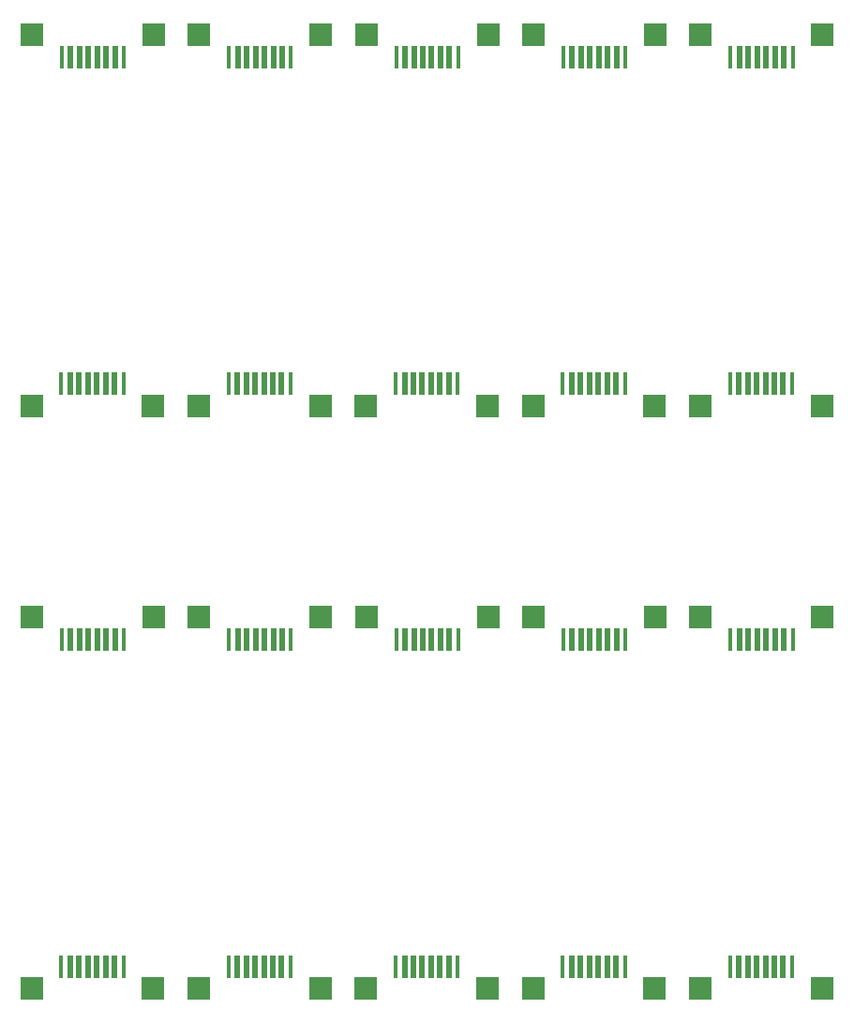
<source format=gbr>
%TF.GenerationSoftware,KiCad,Pcbnew,7.0.7*%
%TF.CreationDate,2023-12-24T11:29:26-08:00*%
%TF.ProjectId,Micro_AGB_Dongle_Panel,4d696372-6f5f-4414-9742-5f446f6e676c,rev?*%
%TF.SameCoordinates,Original*%
%TF.FileFunction,Paste,Top*%
%TF.FilePolarity,Positive*%
%FSLAX46Y46*%
G04 Gerber Fmt 4.6, Leading zero omitted, Abs format (unit mm)*
G04 Created by KiCad (PCBNEW 7.0.7) date 2023-12-24 11:29:26*
%MOMM*%
%LPD*%
G01*
G04 APERTURE LIST*
%ADD10R,0.500000X2.000000*%
%ADD11R,2.000000X2.000000*%
%ADD12R,0.400000X2.000000*%
G04 APERTURE END LIST*
D10*
%TO.C,EXP1*%
X146475000Y-52550000D03*
X147275000Y-52550000D03*
X148075000Y-52550000D03*
X148875000Y-52550000D03*
X149675000Y-52550000D03*
D11*
X153975000Y-54550000D03*
D10*
X150475000Y-52550000D03*
D11*
X142975000Y-54550000D03*
D12*
X145675000Y-52550000D03*
X151275000Y-52550000D03*
%TD*%
%TO.C,EXP1*%
X160825000Y-75650000D03*
X166425000Y-75650000D03*
D11*
X169125000Y-73650000D03*
D10*
X161625000Y-75650000D03*
D11*
X158125000Y-73650000D03*
D10*
X162425000Y-75650000D03*
X163225000Y-75650000D03*
X164025000Y-75650000D03*
X164825000Y-75650000D03*
X165625000Y-75650000D03*
%TD*%
D12*
%TO.C,EXP1*%
X115525000Y-75650000D03*
X121125000Y-75650000D03*
D11*
X123825000Y-73650000D03*
D10*
X116325000Y-75650000D03*
D11*
X112825000Y-73650000D03*
D10*
X117125000Y-75650000D03*
X117925000Y-75650000D03*
X118725000Y-75650000D03*
X119525000Y-75650000D03*
X120325000Y-75650000D03*
%TD*%
D12*
%TO.C,EXP1*%
X130625000Y-75650000D03*
X136225000Y-75650000D03*
D11*
X138925000Y-73650000D03*
D10*
X131425000Y-75650000D03*
D11*
X127925000Y-73650000D03*
D10*
X132225000Y-75650000D03*
X133025000Y-75650000D03*
X133825000Y-75650000D03*
X134625000Y-75650000D03*
X135425000Y-75650000D03*
%TD*%
%TO.C,EXP1*%
X120325000Y-23050000D03*
X119525000Y-23050000D03*
X118725000Y-23050000D03*
X117925000Y-23050000D03*
X117125000Y-23050000D03*
D11*
X112825000Y-21050000D03*
D10*
X116325000Y-23050000D03*
D11*
X123825000Y-21050000D03*
D12*
X121125000Y-23050000D03*
X115525000Y-23050000D03*
%TD*%
%TO.C,EXP1*%
X136175000Y-105150000D03*
X130575000Y-105150000D03*
D11*
X127875000Y-107150000D03*
D10*
X135375000Y-105150000D03*
D11*
X138875000Y-107150000D03*
D10*
X134575000Y-105150000D03*
X133775000Y-105150000D03*
X132975000Y-105150000D03*
X132175000Y-105150000D03*
X131375000Y-105150000D03*
%TD*%
D12*
%TO.C,EXP1*%
X175925000Y-75650000D03*
X181525000Y-75650000D03*
D11*
X184225000Y-73650000D03*
D10*
X176725000Y-75650000D03*
D11*
X173225000Y-73650000D03*
D10*
X177525000Y-75650000D03*
X178325000Y-75650000D03*
X179125000Y-75650000D03*
X179925000Y-75650000D03*
X180725000Y-75650000D03*
%TD*%
D12*
%TO.C,EXP1*%
X145725000Y-75650000D03*
X151325000Y-75650000D03*
D11*
X154025000Y-73650000D03*
D10*
X146525000Y-75650000D03*
D11*
X143025000Y-73650000D03*
D10*
X147325000Y-75650000D03*
X148125000Y-75650000D03*
X148925000Y-75650000D03*
X149725000Y-75650000D03*
X150525000Y-75650000D03*
%TD*%
%TO.C,EXP1*%
X165625000Y-23050000D03*
X164825000Y-23050000D03*
X164025000Y-23050000D03*
X163225000Y-23050000D03*
X162425000Y-23050000D03*
D11*
X158125000Y-21050000D03*
D10*
X161625000Y-23050000D03*
D11*
X169125000Y-21050000D03*
D12*
X166425000Y-23050000D03*
X160825000Y-23050000D03*
%TD*%
D10*
%TO.C,EXP1*%
X161575000Y-52550000D03*
X162375000Y-52550000D03*
X163175000Y-52550000D03*
X163975000Y-52550000D03*
X164775000Y-52550000D03*
D11*
X169075000Y-54550000D03*
D10*
X165575000Y-52550000D03*
D11*
X158075000Y-54550000D03*
D12*
X160775000Y-52550000D03*
X166375000Y-52550000D03*
%TD*%
%TO.C,EXP1*%
X166375000Y-105150000D03*
X160775000Y-105150000D03*
D11*
X158075000Y-107150000D03*
D10*
X165575000Y-105150000D03*
D11*
X169075000Y-107150000D03*
D10*
X164775000Y-105150000D03*
X163975000Y-105150000D03*
X163175000Y-105150000D03*
X162375000Y-105150000D03*
X161575000Y-105150000D03*
%TD*%
D12*
%TO.C,EXP1*%
X151275000Y-105150000D03*
X145675000Y-105150000D03*
D11*
X142975000Y-107150000D03*
D10*
X150475000Y-105150000D03*
D11*
X153975000Y-107150000D03*
D10*
X149675000Y-105150000D03*
X148875000Y-105150000D03*
X148075000Y-105150000D03*
X147275000Y-105150000D03*
X146475000Y-105150000D03*
%TD*%
%TO.C,EXP1*%
X180725000Y-23050000D03*
X179925000Y-23050000D03*
X179125000Y-23050000D03*
X178325000Y-23050000D03*
X177525000Y-23050000D03*
D11*
X173225000Y-21050000D03*
D10*
X176725000Y-23050000D03*
D11*
X184225000Y-21050000D03*
D12*
X181525000Y-23050000D03*
X175925000Y-23050000D03*
%TD*%
D10*
%TO.C,EXP1*%
X116275000Y-52550000D03*
X117075000Y-52550000D03*
X117875000Y-52550000D03*
X118675000Y-52550000D03*
X119475000Y-52550000D03*
D11*
X123775000Y-54550000D03*
D10*
X120275000Y-52550000D03*
D11*
X112775000Y-54550000D03*
D12*
X115475000Y-52550000D03*
X121075000Y-52550000D03*
%TD*%
D10*
%TO.C,EXP1*%
X131375000Y-52550000D03*
X132175000Y-52550000D03*
X132975000Y-52550000D03*
X133775000Y-52550000D03*
X134575000Y-52550000D03*
D11*
X138875000Y-54550000D03*
D10*
X135375000Y-52550000D03*
D11*
X127875000Y-54550000D03*
D12*
X130575000Y-52550000D03*
X136175000Y-52550000D03*
%TD*%
%TO.C,EXP1*%
X121075000Y-105150000D03*
X115475000Y-105150000D03*
D11*
X112775000Y-107150000D03*
D10*
X120275000Y-105150000D03*
D11*
X123775000Y-107150000D03*
D10*
X119475000Y-105150000D03*
X118675000Y-105150000D03*
X117875000Y-105150000D03*
X117075000Y-105150000D03*
X116275000Y-105150000D03*
%TD*%
D12*
%TO.C,EXP1*%
X181475000Y-105150000D03*
X175875000Y-105150000D03*
D11*
X173175000Y-107150000D03*
D10*
X180675000Y-105150000D03*
D11*
X184175000Y-107150000D03*
D10*
X179875000Y-105150000D03*
X179075000Y-105150000D03*
X178275000Y-105150000D03*
X177475000Y-105150000D03*
X176675000Y-105150000D03*
%TD*%
%TO.C,EXP1*%
X176675000Y-52550000D03*
X177475000Y-52550000D03*
X178275000Y-52550000D03*
X179075000Y-52550000D03*
X179875000Y-52550000D03*
D11*
X184175000Y-54550000D03*
D10*
X180675000Y-52550000D03*
D11*
X173175000Y-54550000D03*
D12*
X175875000Y-52550000D03*
X181475000Y-52550000D03*
%TD*%
D10*
%TO.C,EXP1*%
X135425000Y-23050000D03*
X134625000Y-23050000D03*
X133825000Y-23050000D03*
X133025000Y-23050000D03*
X132225000Y-23050000D03*
D11*
X127925000Y-21050000D03*
D10*
X131425000Y-23050000D03*
D11*
X138925000Y-21050000D03*
D12*
X136225000Y-23050000D03*
X130625000Y-23050000D03*
%TD*%
D10*
%TO.C,EXP1*%
X150525000Y-23050000D03*
X149725000Y-23050000D03*
X148925000Y-23050000D03*
X148125000Y-23050000D03*
X147325000Y-23050000D03*
D11*
X143025000Y-21050000D03*
D10*
X146525000Y-23050000D03*
D11*
X154025000Y-21050000D03*
D12*
X151325000Y-23050000D03*
X145725000Y-23050000D03*
%TD*%
M02*

</source>
